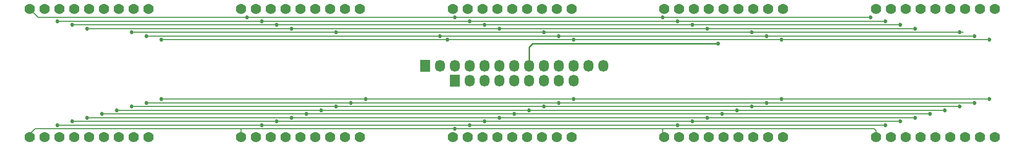
<source format=gbr>
G04 #@! TF.FileFunction,Copper,L1,Top,Signal*
%FSLAX46Y46*%
G04 Gerber Fmt 4.6, Leading zero omitted, Abs format (unit mm)*
G04 Created by KiCad (PCBNEW 4.0.7) date 02/08/18 16:12:07*
%MOMM*%
%LPD*%
G01*
G04 APERTURE LIST*
%ADD10C,0.100000*%
%ADD11C,1.778000*%
%ADD12R,1.727200X2.032000*%
%ADD13O,1.727200X2.032000*%
%ADD14C,0.685800*%
%ADD15C,0.152400*%
%ADD16C,0.254000*%
G04 APERTURE END LIST*
D10*
D11*
X183832500Y-78310000D03*
X186372500Y-78310000D03*
X188912500Y-78310000D03*
X191452500Y-78310000D03*
X193992500Y-78310000D03*
X196532500Y-78310000D03*
X199072500Y-78310000D03*
X201612500Y-78310000D03*
X204152500Y-78310000D03*
X183832500Y-56310000D03*
X186372500Y-56310000D03*
X188912500Y-56310000D03*
X191452500Y-56310000D03*
X193992500Y-56310000D03*
X196532500Y-56310000D03*
X199072500Y-56310000D03*
X201612500Y-56310000D03*
X204152500Y-56310000D03*
X220027500Y-78310000D03*
X222567500Y-78310000D03*
X225107500Y-78310000D03*
X227647500Y-78310000D03*
X230187500Y-78310000D03*
X232727500Y-78310000D03*
X235267500Y-78310000D03*
X237807500Y-78310000D03*
X240347500Y-78310000D03*
X220027500Y-56310000D03*
X222567500Y-56310000D03*
X225107500Y-56310000D03*
X227647500Y-56310000D03*
X230187500Y-56310000D03*
X232727500Y-56310000D03*
X235267500Y-56310000D03*
X237807500Y-56310000D03*
X240347500Y-56310000D03*
X256222500Y-78310000D03*
X258762500Y-78310000D03*
X261302500Y-78310000D03*
X263842500Y-78310000D03*
X266382500Y-78310000D03*
X268922500Y-78310000D03*
X271462500Y-78310000D03*
X274002500Y-78310000D03*
X276542500Y-78310000D03*
X256222500Y-56310000D03*
X258762500Y-56310000D03*
X261302500Y-56310000D03*
X263842500Y-56310000D03*
X266382500Y-56310000D03*
X268922500Y-56310000D03*
X271462500Y-56310000D03*
X274002500Y-56310000D03*
X276542500Y-56310000D03*
X292417500Y-78310000D03*
X294957500Y-78310000D03*
X297497500Y-78310000D03*
X300037500Y-78310000D03*
X302577500Y-78310000D03*
X305117500Y-78310000D03*
X307657500Y-78310000D03*
X310197500Y-78310000D03*
X312737500Y-78310000D03*
X292417500Y-56310000D03*
X294957500Y-56310000D03*
X297497500Y-56310000D03*
X300037500Y-56310000D03*
X302577500Y-56310000D03*
X305117500Y-56310000D03*
X307657500Y-56310000D03*
X310197500Y-56310000D03*
X312737500Y-56310000D03*
X328612500Y-78310000D03*
X331152500Y-78310000D03*
X333692500Y-78310000D03*
X336232500Y-78310000D03*
X338772500Y-78310000D03*
X341312500Y-78310000D03*
X343852500Y-78310000D03*
X346392500Y-78310000D03*
X348932500Y-78310000D03*
X328612500Y-56310000D03*
X331152500Y-56310000D03*
X333692500Y-56310000D03*
X336232500Y-56310000D03*
X338772500Y-56310000D03*
X341312500Y-56310000D03*
X343852500Y-56310000D03*
X346392500Y-56310000D03*
X348932500Y-56310000D03*
D12*
X251460000Y-66040000D03*
D13*
X254000000Y-66040000D03*
X256540000Y-66040000D03*
X259080000Y-66040000D03*
X261620000Y-66040000D03*
X264160000Y-66040000D03*
X266700000Y-66040000D03*
X269240000Y-66040000D03*
X271780000Y-66040000D03*
X274320000Y-66040000D03*
X276860000Y-66040000D03*
X279400000Y-66040000D03*
X281940000Y-66040000D03*
D12*
X256540000Y-68580000D03*
D13*
X259080000Y-68580000D03*
X261620000Y-68580000D03*
X264160000Y-68580000D03*
X266700000Y-68580000D03*
X269240000Y-68580000D03*
X271780000Y-68580000D03*
X274320000Y-68580000D03*
X276860000Y-68580000D03*
D14*
X256540000Y-76835000D03*
X188595000Y-76200000D03*
X223520000Y-76200000D03*
X330200000Y-76200000D03*
X294640000Y-76200000D03*
X259080000Y-76200000D03*
X191135000Y-75565000D03*
X226060000Y-75565000D03*
X332740000Y-75565000D03*
X297180000Y-75565000D03*
X261620000Y-75565000D03*
X193675000Y-74930000D03*
X228600000Y-74930000D03*
X335280000Y-74930000D03*
X299720000Y-74930000D03*
X264160000Y-74930000D03*
X196215000Y-74295000D03*
X231140000Y-74295000D03*
X337820000Y-74295000D03*
X302260000Y-74295000D03*
X266700000Y-74295000D03*
X198755000Y-73660000D03*
X233680000Y-73660000D03*
X340360000Y-73660000D03*
X304800000Y-73660000D03*
X269240000Y-73660000D03*
X201295000Y-73025000D03*
X236220000Y-73025000D03*
X342900000Y-73025000D03*
X307340000Y-73025000D03*
X271780000Y-73025000D03*
X203835000Y-72390000D03*
X238760000Y-72390000D03*
X345440000Y-72390000D03*
X309880000Y-72390000D03*
X274320000Y-72390000D03*
X206375000Y-71755000D03*
X241300000Y-71755000D03*
X347980000Y-71755000D03*
X312420000Y-71755000D03*
X276860000Y-71755000D03*
X220980000Y-57785000D03*
X327660000Y-57785000D03*
X292100000Y-57785000D03*
X256540000Y-57785000D03*
X188595000Y-58420000D03*
X223520000Y-58420000D03*
X330200000Y-58420000D03*
X294640000Y-58420000D03*
X259080000Y-58420000D03*
X191135000Y-59055000D03*
X226060000Y-59055000D03*
X332740000Y-59055000D03*
X297180000Y-59055000D03*
X261620000Y-59055000D03*
X193675000Y-59690000D03*
X228600000Y-59690000D03*
X335280000Y-59690000D03*
X299720000Y-59690000D03*
X264160000Y-59690000D03*
X201295000Y-60325000D03*
X236220000Y-60325000D03*
X342900000Y-60325000D03*
X307340000Y-60325000D03*
X271780000Y-60325000D03*
X203835000Y-60960000D03*
X254000000Y-60960000D03*
X345440000Y-60960000D03*
X309880000Y-60960000D03*
X274320000Y-60960000D03*
X206375000Y-61595000D03*
X255270000Y-61595000D03*
X347980000Y-61595000D03*
X312420000Y-61595000D03*
X276860000Y-61595000D03*
X301625000Y-62230000D03*
D15*
X186055000Y-76835000D02*
X184785000Y-76835000D01*
X220027500Y-76835000D02*
X186055000Y-76835000D01*
X184785000Y-76835000D02*
X183832500Y-77787500D01*
X183832500Y-77787500D02*
X183832500Y-78310000D01*
X220027500Y-76835000D02*
X220027500Y-78310000D01*
X328295000Y-76835000D02*
X328612500Y-77152500D01*
X328612500Y-77152500D02*
X328612500Y-78310000D01*
X327660000Y-76835000D02*
X328295000Y-76835000D01*
X292100000Y-78310000D02*
X292100000Y-76835000D01*
X327660000Y-76835000D02*
X292100000Y-76835000D01*
X292100000Y-76835000D02*
X256540000Y-76835000D01*
X256540000Y-76835000D02*
X220980000Y-76835000D01*
X220980000Y-76835000D02*
X220027500Y-76835000D01*
X223520000Y-76200000D02*
X188595000Y-76200000D01*
X330200000Y-76200000D02*
X294640000Y-76200000D01*
X294640000Y-76200000D02*
X259080000Y-76200000D01*
X259080000Y-76200000D02*
X223520000Y-76200000D01*
X226060000Y-75565000D02*
X191135000Y-75565000D01*
X332740000Y-75565000D02*
X297180000Y-75565000D01*
X297180000Y-75565000D02*
X261620000Y-75565000D01*
X261620000Y-75565000D02*
X226060000Y-75565000D01*
X228600000Y-74930000D02*
X193675000Y-74930000D01*
X335280000Y-74930000D02*
X299720000Y-74930000D01*
X299720000Y-74930000D02*
X264160000Y-74930000D01*
X264160000Y-74930000D02*
X228600000Y-74930000D01*
X231140000Y-74295000D02*
X196215000Y-74295000D01*
X337820000Y-74295000D02*
X302260000Y-74295000D01*
X302260000Y-74295000D02*
X266700000Y-74295000D01*
X266700000Y-74295000D02*
X231140000Y-74295000D01*
X233680000Y-73660000D02*
X198755000Y-73660000D01*
X340360000Y-73660000D02*
X304800000Y-73660000D01*
X304800000Y-73660000D02*
X269240000Y-73660000D01*
X269240000Y-73660000D02*
X233680000Y-73660000D01*
X236220000Y-73025000D02*
X201295000Y-73025000D01*
X342900000Y-73025000D02*
X307340000Y-73025000D01*
X307340000Y-73025000D02*
X271780000Y-73025000D01*
X271780000Y-73025000D02*
X236220000Y-73025000D01*
X238760000Y-72390000D02*
X203835000Y-72390000D01*
X345440000Y-72390000D02*
X309880000Y-72390000D01*
X309880000Y-72390000D02*
X274320000Y-72390000D01*
X274320000Y-72390000D02*
X238760000Y-72390000D01*
X241300000Y-71755000D02*
X206375000Y-71755000D01*
X347980000Y-71755000D02*
X312420000Y-71755000D01*
X312420000Y-71755000D02*
X276860000Y-71755000D01*
X276860000Y-71755000D02*
X241300000Y-71755000D01*
X186055000Y-57785000D02*
X185307500Y-57785000D01*
X220980000Y-57785000D02*
X186055000Y-57785000D01*
X185307500Y-57785000D02*
X183832500Y-56310000D01*
X327660000Y-57785000D02*
X292100000Y-57785000D01*
X292100000Y-57785000D02*
X256540000Y-57785000D01*
X256540000Y-57785000D02*
X220980000Y-57785000D01*
X223520000Y-58420000D02*
X188595000Y-58420000D01*
X330200000Y-58420000D02*
X294640000Y-58420000D01*
X294640000Y-58420000D02*
X259080000Y-58420000D01*
X259080000Y-58420000D02*
X223520000Y-58420000D01*
X226060000Y-59055000D02*
X191135000Y-59055000D01*
X332740000Y-59055000D02*
X297180000Y-59055000D01*
X297180000Y-59055000D02*
X261620000Y-59055000D01*
X261620000Y-59055000D02*
X226060000Y-59055000D01*
X228600000Y-59690000D02*
X193675000Y-59690000D01*
X335280000Y-59690000D02*
X299720000Y-59690000D01*
X299720000Y-59690000D02*
X264160000Y-59690000D01*
X264160000Y-59690000D02*
X228600000Y-59690000D01*
X236220000Y-60325000D02*
X201295000Y-60325000D01*
X342900000Y-60325000D02*
X343535000Y-60325000D01*
X343535000Y-60325000D02*
X342900000Y-60325000D01*
X342900000Y-60325000D02*
X307340000Y-60325000D01*
X307340000Y-60325000D02*
X271780000Y-60325000D01*
X271780000Y-60325000D02*
X236220000Y-60325000D01*
X254000000Y-60960000D02*
X203835000Y-60960000D01*
X345440000Y-60960000D02*
X309880000Y-60960000D01*
X309880000Y-60960000D02*
X274320000Y-60960000D01*
X274320000Y-60960000D02*
X254000000Y-60960000D01*
X255270000Y-61595000D02*
X206375000Y-61595000D01*
X347980000Y-61595000D02*
X312420000Y-61595000D01*
X312420000Y-61595000D02*
X276860000Y-61595000D01*
X276860000Y-61595000D02*
X255270000Y-61595000D01*
D16*
X269240000Y-66040000D02*
X269240000Y-62865000D01*
X269240000Y-62865000D02*
X269875000Y-62230000D01*
X269875000Y-62230000D02*
X301625000Y-62230000D01*
M02*

</source>
